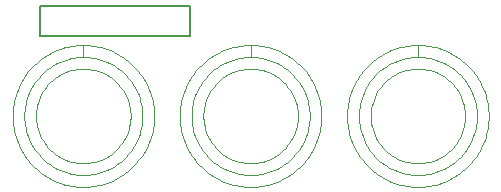
<source format=gto>
G04*
G04 #@! TF.GenerationSoftware,Altium Limited,Altium Designer,19.0.15 (446)*
G04*
G04 Layer_Color=65535*
%FSLAX25Y25*%
%MOIN*%
G70*
G01*
G75*
%ADD10C,0.00394*%
%ADD11C,0.00787*%
D10*
X294000Y244685D02*
X293004Y244659D01*
X292010Y244583D01*
X291021Y244456D01*
X290040Y244279D01*
X289069Y244053D01*
X288111Y243778D01*
X287168Y243456D01*
X286242Y243085D01*
X285336Y242668D01*
X284453Y242206D01*
X283594Y241700D01*
X282762Y241151D01*
X281959Y240561D01*
X281187Y239931D01*
X280448Y239262D01*
X279743Y238557D01*
X279075Y237817D01*
X278445Y237044D01*
X277855Y236241D01*
X277307Y235408D01*
X276802Y234549D01*
X276340Y233665D01*
X275924Y232759D01*
X275555Y231833D01*
X275233Y230890D01*
X274958Y229932D01*
X274733Y228961D01*
X274557Y227979D01*
X274431Y226991D01*
X274356Y225996D01*
X274331Y225000D01*
X274356Y224004D01*
X274431Y223009D01*
X274557Y222021D01*
X274733Y221039D01*
X274958Y220068D01*
X275233Y219110D01*
X275555Y218167D01*
X275924Y217241D01*
X276340Y216335D01*
X276802Y215451D01*
X277307Y214592D01*
X277855Y213760D01*
X278445Y212956D01*
X279075Y212183D01*
X279743Y211443D01*
X280447Y210738D01*
X281187Y210069D01*
X281959Y209439D01*
X282762Y208849D01*
X283594Y208300D01*
X284453Y207794D01*
X285336Y207332D01*
X286242Y206915D01*
X287168Y206544D01*
X288111Y206222D01*
X289069Y205947D01*
X290040Y205721D01*
X291021Y205544D01*
X292009Y205417D01*
X293003Y205341D01*
X294000Y205315D01*
X294000D02*
X294997Y205341D01*
X295990Y205417D01*
X296979Y205544D01*
X297960Y205721D01*
X298931Y205947D01*
X299889Y206222D01*
X300832Y206544D01*
X301758Y206915D01*
X302663Y207332D01*
X303547Y207794D01*
X304406Y208300D01*
X305238Y208849D01*
X306041Y209439D01*
X306813Y210069D01*
X307553Y210738D01*
X308257Y211443D01*
X308925Y212183D01*
X309555Y212956D01*
X310145Y213760D01*
X310693Y214592D01*
X311198Y215451D01*
X311660Y216335D01*
X312076Y217241D01*
X312445Y218167D01*
X312768Y219110D01*
X313042Y220068D01*
X313267Y221040D01*
X313443Y222021D01*
X313568Y223010D01*
X313644Y224004D01*
X313669Y225000D01*
X313644Y225997D01*
X313568Y226991D01*
X313443Y227979D01*
X313267Y228961D01*
X313042Y229932D01*
X312768Y230890D01*
X312445Y231834D01*
X312076Y232759D01*
X311660Y233665D01*
X311198Y234549D01*
X310693Y235408D01*
X310144Y236241D01*
X309555Y237044D01*
X308925Y237817D01*
X308257Y238557D01*
X307552Y239262D01*
X306813Y239931D01*
X306041Y240561D01*
X305238Y241151D01*
X304405Y241700D01*
X303547Y242207D01*
X302663Y242669D01*
X301758Y243085D01*
X300832Y243456D01*
X299889Y243778D01*
X298931Y244053D01*
X297960Y244279D01*
X296979Y244456D01*
X295990Y244583D01*
X294996Y244659D01*
X294000Y244685D01*
X294000Y201378D02*
X295002Y201400D01*
X296002Y201465D01*
X296999Y201571D01*
X297990Y201721D01*
X298974Y201912D01*
X299949Y202144D01*
X300913Y202418D01*
X301865Y202732D01*
X302802Y203087D01*
X303724Y203481D01*
X304628Y203913D01*
X305513Y204384D01*
X306377Y204892D01*
X307219Y205435D01*
X308037Y206015D01*
X308829Y206628D01*
X309595Y207274D01*
X310333Y207953D01*
X311042Y208662D01*
X311719Y209400D01*
X312365Y210167D01*
X312978Y210960D01*
X313556Y211778D01*
X314100Y212620D01*
X314607Y213485D01*
X315076Y214370D01*
X315508Y215275D01*
X315902Y216197D01*
X316255Y217134D01*
X316569Y218087D01*
X316842Y219051D01*
X317074Y220026D01*
X317264Y221010D01*
X317412Y222001D01*
X317518Y222998D01*
X317582Y223998D01*
X317603Y225000D01*
X317582Y226002D01*
X317518Y227003D01*
X317412Y227999D01*
X317264Y228990D01*
X317073Y229974D01*
X316842Y230949D01*
X316569Y231914D01*
X316255Y232866D01*
X315901Y233804D01*
X315508Y234726D01*
X315076Y235630D01*
X314606Y236515D01*
X314099Y237380D01*
X313556Y238222D01*
X312978Y239041D01*
X312365Y239834D01*
X311719Y240600D01*
X311041Y241339D01*
X310333Y242048D01*
X309595Y242726D01*
X308829Y243372D01*
X308036Y243986D01*
X307218Y244565D01*
X306377Y245109D01*
X305512Y245616D01*
X304627Y246087D01*
X303723Y246520D01*
X302802Y246914D01*
X301864Y247268D01*
X300912Y247582D01*
X299948Y247856D01*
X298973Y248089D01*
X297990Y248280D01*
X296998Y248429D01*
X296002Y248535D01*
X295002Y248600D01*
X294000Y248622D01*
X292998Y248600D01*
X291998Y248535D01*
X291001Y248429D01*
X290010Y248279D01*
X289026Y248088D01*
X288051Y247856D01*
X287087Y247582D01*
X286136Y247268D01*
X285198Y246913D01*
X284276Y246519D01*
X283372Y246087D01*
X282487Y245616D01*
X281623Y245109D01*
X280781Y244565D01*
X279963Y243985D01*
X279171Y243372D01*
X278405Y242726D01*
X277667Y242047D01*
X276958Y241338D01*
X276281Y240600D01*
X275635Y239833D01*
X275022Y239040D01*
X274444Y238222D01*
X273901Y237380D01*
X273393Y236515D01*
X272923Y235630D01*
X272492Y234725D01*
X272098Y233803D01*
X271745Y232866D01*
X271431Y231914D01*
X271158Y230949D01*
X270926Y229974D01*
X270736Y228990D01*
X270588Y227999D01*
X270482Y227002D01*
X270418Y226002D01*
X270397Y225000D01*
X270418Y223998D01*
X270482Y222998D01*
X270588Y222001D01*
X270736Y221010D01*
X270926Y220026D01*
X271158Y219051D01*
X271431Y218086D01*
X271745Y217134D01*
X272098Y216197D01*
X272492Y215275D01*
X272923Y214370D01*
X273393Y213485D01*
X273901Y212620D01*
X274444Y211778D01*
X275022Y210960D01*
X275635Y210167D01*
X276281Y209400D01*
X276958Y208662D01*
X277667Y207953D01*
X278405Y207274D01*
X279171Y206628D01*
X279963Y206015D01*
X280781Y205435D01*
X281623Y204891D01*
X282487Y204384D01*
X283372Y203913D01*
X284276Y203481D01*
X285198Y203087D01*
X286135Y202732D01*
X287087Y202418D01*
X288051Y202144D01*
X289026Y201912D01*
X290010Y201721D01*
X291001Y201571D01*
X291998Y201465D01*
X292998Y201400D01*
X294000Y201378D01*
Y240748D02*
X292992Y240715D01*
X291987Y240617D01*
X290991Y240456D01*
X290008Y240230D01*
X289041Y239943D01*
X288094Y239594D01*
X287172Y239185D01*
X286277Y238717D01*
X285415Y238194D01*
X284588Y237616D01*
X283799Y236987D01*
X283052Y236308D01*
X282351Y235583D01*
X281697Y234815D01*
X281094Y234006D01*
X280543Y233160D01*
X280049Y232281D01*
X279611Y231371D01*
X279233Y230436D01*
X278915Y229479D01*
X278659Y228502D01*
X278466Y227512D01*
X278337Y226511D01*
X278273Y225504D01*
Y224496D01*
X278337Y223489D01*
X278466Y222488D01*
X278659Y221498D01*
X278915Y220521D01*
X279233Y219564D01*
X279611Y218629D01*
X280048Y217719D01*
X280543Y216840D01*
X281094Y215994D01*
X281697Y215185D01*
X282351Y214417D01*
X283052Y213692D01*
X283799Y213013D01*
X284588Y212384D01*
X285415Y211806D01*
X286277Y211283D01*
X287172Y210815D01*
X288094Y210406D01*
X289041Y210057D01*
X290008Y209770D01*
X290991Y209544D01*
X291987Y209383D01*
X292991Y209285D01*
X294000Y209252D01*
X294000Y209252D02*
X295008Y209285D01*
X296013Y209383D01*
X297009Y209544D01*
X297992Y209770D01*
X298959Y210057D01*
X299906Y210406D01*
X300828Y210815D01*
X301723Y211283D01*
X302585Y211806D01*
X303412Y212384D01*
X304201Y213013D01*
X304948Y213692D01*
X305649Y214417D01*
X306303Y215185D01*
X306906Y215994D01*
X307456Y216840D01*
X307951Y217719D01*
X308389Y218629D01*
X308768Y219564D01*
X309085Y220521D01*
X309341Y221497D01*
X309534Y222488D01*
X309663Y223488D01*
X309727Y224496D01*
Y225504D01*
X309663Y226511D01*
X309534Y227512D01*
X309341Y228502D01*
X309085Y229479D01*
X308768Y230436D01*
X308389Y231371D01*
X307951Y232281D01*
X307457Y233160D01*
X306906Y234006D01*
X306303Y234815D01*
X305649Y235583D01*
X304948Y236308D01*
X304201Y236987D01*
X303413Y237616D01*
X302585Y238194D01*
X301723Y238717D01*
X300828Y239185D01*
X299906Y239594D01*
X298959Y239943D01*
X297992Y240230D01*
X297009Y240456D01*
X296013Y240617D01*
X295008Y240715D01*
X294000Y240748D01*
X405500Y244685D02*
X404503Y244659D01*
X403510Y244583D01*
X402521Y244456D01*
X401540Y244279D01*
X400569Y244053D01*
X399611Y243778D01*
X398668Y243456D01*
X397742Y243085D01*
X396836Y242668D01*
X395953Y242206D01*
X395094Y241700D01*
X394262Y241151D01*
X393459Y240561D01*
X392687Y239931D01*
X391948Y239262D01*
X391243Y238557D01*
X390575Y237817D01*
X389945Y237044D01*
X389355Y236241D01*
X388807Y235408D01*
X388302Y234549D01*
X387840Y233665D01*
X387424Y232759D01*
X387055Y231833D01*
X386733Y230890D01*
X386458Y229932D01*
X386233Y228961D01*
X386057Y227979D01*
X385931Y226991D01*
X385856Y225996D01*
X385831Y225000D01*
X385856Y224004D01*
X385931Y223009D01*
X386057Y222021D01*
X386233Y221039D01*
X386458Y220068D01*
X386733Y219110D01*
X387055Y218167D01*
X387424Y217241D01*
X387840Y216335D01*
X388302Y215451D01*
X388807Y214592D01*
X389355Y213760D01*
X389945Y212956D01*
X390575Y212183D01*
X391243Y211443D01*
X391947Y210738D01*
X392687Y210069D01*
X393459Y209439D01*
X394262Y208849D01*
X395094Y208300D01*
X395953Y207794D01*
X396836Y207332D01*
X397742Y206915D01*
X398668Y206544D01*
X399611Y206222D01*
X400569Y205947D01*
X401540Y205721D01*
X402521Y205544D01*
X403510Y205417D01*
X404503Y205341D01*
X405500Y205315D01*
X405500D02*
X406496Y205341D01*
X407490Y205417D01*
X408479Y205544D01*
X409460Y205721D01*
X410431Y205947D01*
X411389Y206222D01*
X412332Y206544D01*
X413258Y206915D01*
X414163Y207332D01*
X415047Y207794D01*
X415906Y208300D01*
X416738Y208849D01*
X417541Y209439D01*
X418313Y210069D01*
X419053Y210738D01*
X419757Y211443D01*
X420425Y212183D01*
X421055Y212956D01*
X421645Y213760D01*
X422193Y214592D01*
X422698Y215451D01*
X423160Y216335D01*
X423576Y217241D01*
X423945Y218167D01*
X424267Y219110D01*
X424542Y220068D01*
X424767Y221040D01*
X424943Y222021D01*
X425069Y223010D01*
X425144Y224004D01*
X425169Y225000D01*
X425144Y225997D01*
X425069Y226991D01*
X424943Y227979D01*
X424767Y228961D01*
X424542Y229932D01*
X424267Y230890D01*
X423945Y231834D01*
X423576Y232759D01*
X423160Y233665D01*
X422698Y234549D01*
X422193Y235408D01*
X421644Y236241D01*
X421055Y237044D01*
X420425Y237817D01*
X419757Y238557D01*
X419052Y239262D01*
X418313Y239931D01*
X417541Y240561D01*
X416738Y241151D01*
X415905Y241700D01*
X415047Y242207D01*
X414163Y242669D01*
X413258Y243085D01*
X412332Y243456D01*
X411389Y243778D01*
X410431Y244053D01*
X409460Y244279D01*
X408479Y244456D01*
X407490Y244583D01*
X406496Y244659D01*
X405500Y244685D01*
X405500Y201378D02*
X406502Y201400D01*
X407502Y201465D01*
X408499Y201571D01*
X409490Y201721D01*
X410474Y201912D01*
X411449Y202144D01*
X412413Y202418D01*
X413365Y202732D01*
X414302Y203087D01*
X415224Y203481D01*
X416128Y203913D01*
X417013Y204384D01*
X417877Y204892D01*
X418719Y205435D01*
X419537Y206015D01*
X420329Y206628D01*
X421095Y207274D01*
X421833Y207953D01*
X422542Y208662D01*
X423219Y209400D01*
X423865Y210167D01*
X424478Y210960D01*
X425056Y211778D01*
X425600Y212620D01*
X426107Y213485D01*
X426577Y214370D01*
X427008Y215275D01*
X427402Y216197D01*
X427755Y217134D01*
X428069Y218087D01*
X428342Y219051D01*
X428574Y220026D01*
X428764Y221010D01*
X428912Y222001D01*
X429018Y222998D01*
X429082Y223998D01*
X429103Y225000D01*
X429082Y226002D01*
X429018Y227003D01*
X428912Y227999D01*
X428764Y228990D01*
X428574Y229974D01*
X428342Y230949D01*
X428069Y231914D01*
X427755Y232866D01*
X427401Y233804D01*
X427008Y234726D01*
X426576Y235630D01*
X426106Y236515D01*
X425599Y237380D01*
X425056Y238222D01*
X424478Y239041D01*
X423865Y239834D01*
X423219Y240600D01*
X422541Y241339D01*
X421833Y242048D01*
X421095Y242726D01*
X420329Y243372D01*
X419536Y243986D01*
X418718Y244565D01*
X417876Y245109D01*
X417012Y245616D01*
X416127Y246087D01*
X415223Y246520D01*
X414302Y246914D01*
X413364Y247268D01*
X412413Y247582D01*
X411448Y247856D01*
X410473Y248089D01*
X409489Y248280D01*
X408498Y248429D01*
X407502Y248535D01*
X406502Y248600D01*
X405500Y248622D01*
X404498Y248600D01*
X403498Y248535D01*
X402501Y248429D01*
X401510Y248279D01*
X400526Y248088D01*
X399551Y247856D01*
X398587Y247582D01*
X397636Y247268D01*
X396698Y246913D01*
X395776Y246519D01*
X394872Y246087D01*
X393987Y245616D01*
X393123Y245109D01*
X392281Y244565D01*
X391463Y243985D01*
X390671Y243372D01*
X389905Y242726D01*
X389167Y242047D01*
X388458Y241338D01*
X387781Y240600D01*
X387135Y239833D01*
X386522Y239040D01*
X385944Y238222D01*
X385401Y237380D01*
X384893Y236515D01*
X384423Y235630D01*
X383992Y234725D01*
X383598Y233803D01*
X383245Y232866D01*
X382931Y231914D01*
X382658Y230949D01*
X382426Y229974D01*
X382236Y228990D01*
X382088Y227999D01*
X381982Y227002D01*
X381918Y226002D01*
X381897Y225000D01*
X381918Y223998D01*
X381982Y222998D01*
X382088Y222001D01*
X382236Y221010D01*
X382426Y220026D01*
X382658Y219051D01*
X382931Y218086D01*
X383245Y217134D01*
X383598Y216197D01*
X383992Y215275D01*
X384423Y214370D01*
X384893Y213485D01*
X385401Y212620D01*
X385944Y211778D01*
X386522Y210960D01*
X387135Y210167D01*
X387781Y209400D01*
X388458Y208662D01*
X389167Y207953D01*
X389905Y207274D01*
X390671Y206628D01*
X391463Y206015D01*
X392281Y205435D01*
X393123Y204891D01*
X393987Y204384D01*
X394872Y203913D01*
X395776Y203481D01*
X396698Y203087D01*
X397635Y202732D01*
X398587Y202418D01*
X399551Y202144D01*
X400526Y201912D01*
X401510Y201721D01*
X402501Y201571D01*
X403498Y201465D01*
X404498Y201400D01*
X405500Y201378D01*
Y240748D02*
X404492Y240715D01*
X403487Y240617D01*
X402491Y240456D01*
X401508Y240230D01*
X400541Y239943D01*
X399594Y239594D01*
X398672Y239185D01*
X397777Y238717D01*
X396915Y238194D01*
X396088Y237616D01*
X395299Y236987D01*
X394552Y236308D01*
X393851Y235583D01*
X393197Y234815D01*
X392594Y234006D01*
X392043Y233160D01*
X391549Y232281D01*
X391111Y231371D01*
X390733Y230436D01*
X390415Y229479D01*
X390159Y228502D01*
X389966Y227512D01*
X389837Y226511D01*
X389773Y225504D01*
Y224496D01*
X389837Y223489D01*
X389966Y222488D01*
X390159Y221498D01*
X390415Y220521D01*
X390733Y219564D01*
X391111Y218629D01*
X391548Y217719D01*
X392043Y216840D01*
X392594Y215994D01*
X393197Y215185D01*
X393851Y214417D01*
X394552Y213692D01*
X395299Y213013D01*
X396088Y212384D01*
X396915Y211806D01*
X397777Y211283D01*
X398672Y210815D01*
X399594Y210406D01*
X400541Y210057D01*
X401508Y209770D01*
X402491Y209544D01*
X403487Y209383D01*
X404492Y209285D01*
X405500Y209252D01*
X405500Y209252D02*
X406508Y209285D01*
X407513Y209383D01*
X408509Y209544D01*
X409492Y209770D01*
X410459Y210057D01*
X411406Y210406D01*
X412328Y210815D01*
X413223Y211283D01*
X414085Y211806D01*
X414912Y212384D01*
X415701Y213013D01*
X416448Y213692D01*
X417149Y214417D01*
X417803Y215185D01*
X418406Y215994D01*
X418957Y216840D01*
X419451Y217719D01*
X419889Y218629D01*
X420267Y219564D01*
X420585Y220521D01*
X420841Y221497D01*
X421034Y222488D01*
X421163Y223488D01*
X421227Y224496D01*
Y225504D01*
X421163Y226511D01*
X421034Y227512D01*
X420841Y228502D01*
X420585Y229479D01*
X420267Y230436D01*
X419889Y231371D01*
X419452Y232281D01*
X418957Y233160D01*
X418406Y234006D01*
X417803Y234815D01*
X417149Y235583D01*
X416448Y236308D01*
X415701Y236987D01*
X414913Y237616D01*
X414085Y238194D01*
X413223Y238717D01*
X412328Y239185D01*
X411406Y239594D01*
X410459Y239943D01*
X409492Y240230D01*
X408509Y240456D01*
X407513Y240617D01*
X406508Y240715D01*
X405500Y240748D01*
X349750Y244685D02*
X348753Y244659D01*
X347760Y244583D01*
X346771Y244456D01*
X345790Y244279D01*
X344819Y244053D01*
X343861Y243778D01*
X342918Y243456D01*
X341992Y243085D01*
X341087Y242668D01*
X340203Y242206D01*
X339344Y241700D01*
X338512Y241151D01*
X337709Y240561D01*
X336937Y239931D01*
X336197Y239262D01*
X335493Y238557D01*
X334825Y237817D01*
X334195Y237044D01*
X333605Y236241D01*
X333057Y235408D01*
X332552Y234549D01*
X332090Y233665D01*
X331674Y232759D01*
X331305Y231833D01*
X330982Y230890D01*
X330708Y229932D01*
X330483Y228961D01*
X330307Y227979D01*
X330182Y226991D01*
X330106Y225996D01*
X330081Y225000D01*
X330106Y224004D01*
X330182Y223009D01*
X330307Y222021D01*
X330483Y221039D01*
X330708Y220068D01*
X330982Y219110D01*
X331305Y218167D01*
X331674Y217241D01*
X332090Y216335D01*
X332552Y215451D01*
X333057Y214592D01*
X333605Y213760D01*
X334195Y212956D01*
X334825Y212183D01*
X335493Y211443D01*
X336197Y210738D01*
X336937Y210069D01*
X337709Y209439D01*
X338512Y208849D01*
X339344Y208300D01*
X340203Y207794D01*
X341087Y207332D01*
X341992Y206915D01*
X342917Y206544D01*
X343861Y206222D01*
X344819Y205947D01*
X345790Y205721D01*
X346771Y205544D01*
X347760Y205417D01*
X348753Y205341D01*
X349750Y205315D01*
X349750D02*
X350746Y205341D01*
X351740Y205417D01*
X352729Y205544D01*
X353710Y205721D01*
X354681Y205947D01*
X355639Y206222D01*
X356582Y206544D01*
X357508Y206915D01*
X358414Y207332D01*
X359297Y207794D01*
X360156Y208300D01*
X360988Y208849D01*
X361791Y209439D01*
X362563Y210069D01*
X363303Y210738D01*
X364007Y211443D01*
X364675Y212183D01*
X365305Y212956D01*
X365895Y213760D01*
X366443Y214592D01*
X366948Y215451D01*
X367410Y216335D01*
X367826Y217241D01*
X368195Y218167D01*
X368517Y219110D01*
X368792Y220068D01*
X369017Y221040D01*
X369193Y222021D01*
X369319Y223010D01*
X369394Y224004D01*
X369419Y225000D01*
X369394Y225997D01*
X369319Y226991D01*
X369193Y227979D01*
X369017Y228961D01*
X368792Y229932D01*
X368517Y230890D01*
X368195Y231834D01*
X367826Y232759D01*
X367410Y233665D01*
X366948Y234549D01*
X366443Y235408D01*
X365895Y236241D01*
X365305Y237044D01*
X364675Y237817D01*
X364007Y238557D01*
X363302Y239262D01*
X362563Y239931D01*
X361791Y240561D01*
X360987Y241151D01*
X360155Y241700D01*
X359297Y242207D01*
X358413Y242669D01*
X357508Y243085D01*
X356582Y243456D01*
X355639Y243778D01*
X354681Y244053D01*
X353710Y244279D01*
X352729Y244456D01*
X351740Y244583D01*
X350746Y244659D01*
X349750Y244685D01*
X349750Y201378D02*
X350752Y201400D01*
X351752Y201465D01*
X352749Y201571D01*
X353740Y201721D01*
X354724Y201912D01*
X355699Y202144D01*
X356663Y202418D01*
X357615Y202732D01*
X358552Y203087D01*
X359474Y203481D01*
X360378Y203913D01*
X361263Y204384D01*
X362127Y204892D01*
X362969Y205435D01*
X363787Y206015D01*
X364579Y206628D01*
X365345Y207274D01*
X366083Y207953D01*
X366792Y208662D01*
X367469Y209400D01*
X368115Y210167D01*
X368728Y210960D01*
X369306Y211778D01*
X369850Y212620D01*
X370357Y213485D01*
X370827Y214370D01*
X371258Y215275D01*
X371652Y216197D01*
X372005Y217134D01*
X372319Y218087D01*
X372592Y219051D01*
X372824Y220026D01*
X373014Y221010D01*
X373162Y222001D01*
X373268Y222998D01*
X373332Y223998D01*
X373353Y225000D01*
X373332Y226002D01*
X373268Y227003D01*
X373162Y227999D01*
X373014Y228990D01*
X372824Y229974D01*
X372592Y230949D01*
X372319Y231914D01*
X372005Y232866D01*
X371652Y233804D01*
X371258Y234726D01*
X370826Y235630D01*
X370356Y236515D01*
X369849Y237380D01*
X369306Y238222D01*
X368728Y239041D01*
X368115Y239834D01*
X367469Y240600D01*
X366791Y241339D01*
X366083Y242048D01*
X365345Y242726D01*
X364579Y243372D01*
X363786Y243986D01*
X362968Y244565D01*
X362126Y245109D01*
X361262Y245616D01*
X360377Y246087D01*
X359473Y246520D01*
X358552Y246914D01*
X357614Y247268D01*
X356663Y247582D01*
X355698Y247856D01*
X354723Y248089D01*
X353740Y248280D01*
X352748Y248429D01*
X351752Y248535D01*
X350752Y248600D01*
X349750Y248622D01*
X348748Y248600D01*
X347748Y248535D01*
X346751Y248429D01*
X345760Y248279D01*
X344776Y248088D01*
X343801Y247856D01*
X342837Y247582D01*
X341885Y247268D01*
X340948Y246913D01*
X340026Y246519D01*
X339122Y246087D01*
X338237Y245616D01*
X337373Y245109D01*
X336531Y244565D01*
X335713Y243985D01*
X334921Y243372D01*
X334155Y242726D01*
X333417Y242047D01*
X332708Y241338D01*
X332031Y240600D01*
X331385Y239833D01*
X330772Y239040D01*
X330194Y238222D01*
X329650Y237380D01*
X329143Y236515D01*
X328674Y235630D01*
X328242Y234725D01*
X327849Y233803D01*
X327495Y232866D01*
X327181Y231914D01*
X326908Y230949D01*
X326676Y229974D01*
X326486Y228990D01*
X326338Y227999D01*
X326232Y227002D01*
X326168Y226002D01*
X326147Y225000D01*
X326168Y223998D01*
X326232Y222998D01*
X326338Y222001D01*
X326486Y221010D01*
X326676Y220026D01*
X326908Y219051D01*
X327181Y218086D01*
X327495Y217134D01*
X327849Y216197D01*
X328242Y215275D01*
X328674Y214370D01*
X329143Y213485D01*
X329650Y212620D01*
X330194Y211778D01*
X330772Y210960D01*
X331385Y210167D01*
X332031Y209400D01*
X332708Y208662D01*
X333417Y207953D01*
X334155Y207274D01*
X334921Y206628D01*
X335713Y206015D01*
X336531Y205435D01*
X337373Y204891D01*
X338237Y204384D01*
X339122Y203913D01*
X340026Y203481D01*
X340948Y203087D01*
X341885Y202732D01*
X342837Y202418D01*
X343801Y202144D01*
X344776Y201912D01*
X345760Y201721D01*
X346751Y201571D01*
X347748Y201465D01*
X348748Y201400D01*
X349750Y201378D01*
Y240748D02*
X348742Y240715D01*
X347737Y240617D01*
X346741Y240456D01*
X345758Y240230D01*
X344791Y239943D01*
X343844Y239594D01*
X342922Y239185D01*
X342027Y238717D01*
X341165Y238194D01*
X340337Y237616D01*
X339549Y236987D01*
X338802Y236308D01*
X338101Y235583D01*
X337447Y234815D01*
X336844Y234006D01*
X336294Y233160D01*
X335799Y232281D01*
X335361Y231371D01*
X334982Y230436D01*
X334665Y229479D01*
X334409Y228502D01*
X334216Y227512D01*
X334087Y226511D01*
X334023Y225504D01*
Y224496D01*
X334087Y223489D01*
X334216Y222488D01*
X334409Y221498D01*
X334665Y220521D01*
X334982Y219564D01*
X335361Y218629D01*
X335799Y217719D01*
X336293Y216840D01*
X336844Y215994D01*
X337447Y215185D01*
X338101Y214417D01*
X338802Y213692D01*
X339549Y213013D01*
X340337Y212384D01*
X341165Y211806D01*
X342027Y211283D01*
X342922Y210815D01*
X343844Y210406D01*
X344791Y210057D01*
X345758Y209770D01*
X346741Y209544D01*
X347737Y209383D01*
X348742Y209285D01*
X349750Y209252D01*
X349750Y209252D02*
X350758Y209285D01*
X351763Y209383D01*
X352759Y209544D01*
X353742Y209770D01*
X354709Y210057D01*
X355656Y210406D01*
X356578Y210815D01*
X357473Y211283D01*
X358335Y211806D01*
X359162Y212384D01*
X359951Y213013D01*
X360698Y213692D01*
X361399Y214417D01*
X362053Y215185D01*
X362656Y215994D01*
X363207Y216840D01*
X363701Y217719D01*
X364139Y218629D01*
X364517Y219564D01*
X364835Y220521D01*
X365091Y221497D01*
X365284Y222488D01*
X365413Y223488D01*
X365477Y224496D01*
Y225504D01*
X365413Y226511D01*
X365284Y227512D01*
X365091Y228502D01*
X364835Y229479D01*
X364517Y230436D01*
X364139Y231371D01*
X363702Y232281D01*
X363207Y233160D01*
X362656Y234006D01*
X362053Y234815D01*
X361399Y235583D01*
X360698Y236308D01*
X359951Y236987D01*
X359162Y237616D01*
X358335Y238194D01*
X357473Y238717D01*
X356578Y239185D01*
X355656Y239594D01*
X354709Y239943D01*
X353742Y240230D01*
X352759Y240456D01*
X351763Y240617D01*
X350759Y240715D01*
X349750Y240748D01*
X294000Y244685D02*
Y248622D01*
Y244685D02*
Y248622D01*
X405500Y244685D02*
Y248622D01*
Y244685D02*
Y248622D01*
X349750Y244685D02*
Y248622D01*
Y244685D02*
Y248622D01*
D11*
X279500Y251685D02*
Y261685D01*
X329500D01*
X279500Y251685D02*
X329500D01*
Y261685D01*
M02*

</source>
